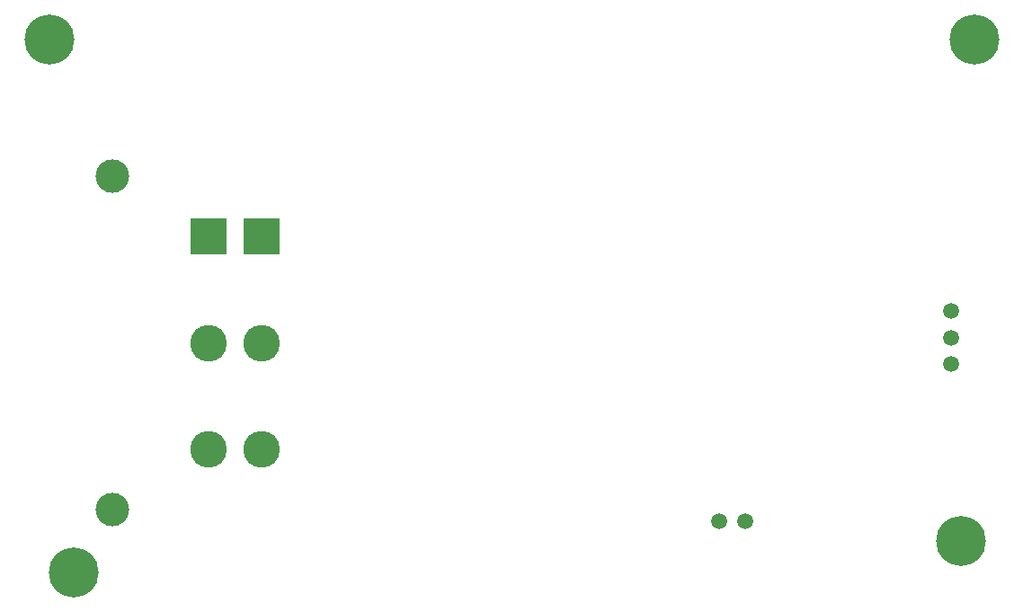
<source format=gbs>
G04*
G04 #@! TF.GenerationSoftware,Altium Limited,Altium Designer,23.8.1 (32)*
G04*
G04 Layer_Color=16711935*
%FSLAX25Y25*%
%MOIN*%
G70*
G04*
G04 #@! TF.SameCoordinates,C406F027-57D3-470C-AF7C-978D06EE9A25*
G04*
G04*
G04 #@! TF.FilePolarity,Negative*
G04*
G01*
G75*
%ADD46C,0.13592*%
%ADD47C,0.12411*%
%ADD48R,0.13592X0.13592*%
%ADD49C,0.18517*%
%ADD50C,0.05900*%
D46*
X89764Y57677D02*
D03*
X109449D02*
D03*
X89764Y97047D02*
D03*
X109449D02*
D03*
D47*
X54331Y158976D02*
D03*
Y35118D02*
D03*
D48*
X89764Y136417D02*
D03*
X109449D02*
D03*
D49*
X368799Y23622D02*
D03*
X373697Y209705D02*
D03*
X39764Y11909D02*
D03*
X30816Y209705D02*
D03*
D50*
X365136Y89219D02*
D03*
Y99062D02*
D03*
Y108905D02*
D03*
X279157Y31000D02*
D03*
X289000D02*
D03*
M02*

</source>
